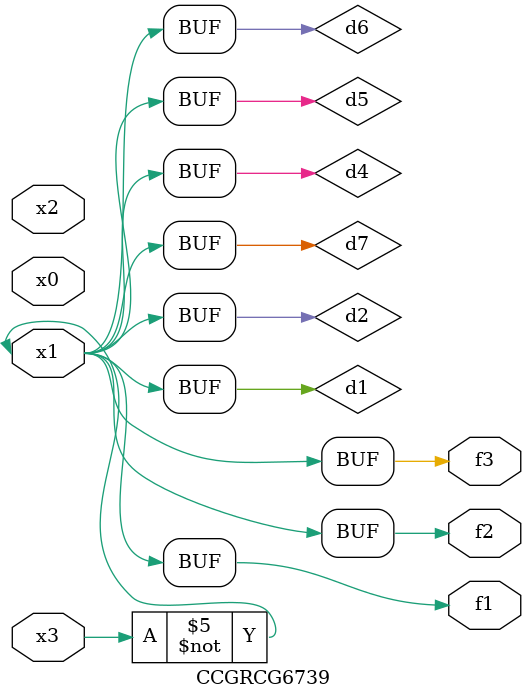
<source format=v>
module CCGRCG6739(
	input x0, x1, x2, x3,
	output f1, f2, f3
);

	wire d1, d2, d3, d4, d5, d6, d7;

	not (d1, x3);
	buf (d2, x1);
	xnor (d3, d1, d2);
	nor (d4, d1);
	buf (d5, d1, d2);
	buf (d6, d4, d5);
	nand (d7, d4);
	assign f1 = d6;
	assign f2 = d7;
	assign f3 = d6;
endmodule

</source>
